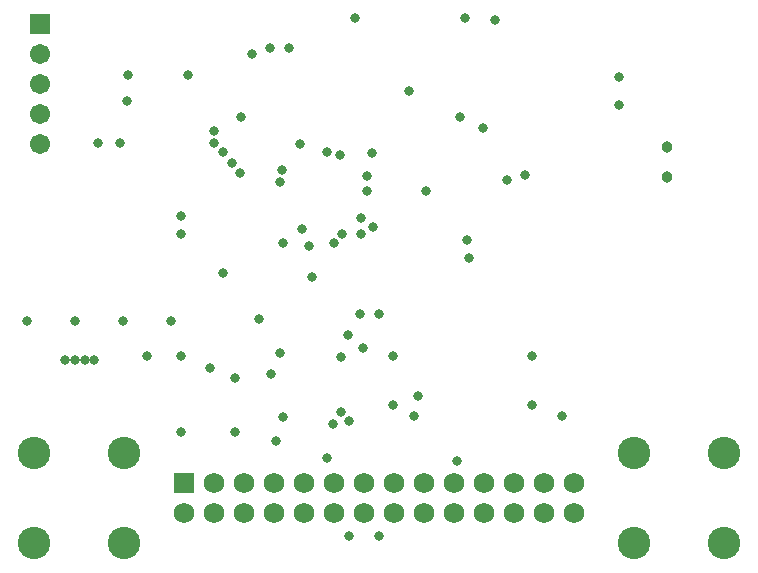
<source format=gbs>
%FSTAX23Y23*%
%MOIN*%
%SFA1B1*%

%IPPOS*%
%ADD62R,0.068000X0.068000*%
%ADD63C,0.068000*%
%ADD64C,0.108000*%
%ADD65R,0.067060X0.067060*%
%ADD66C,0.067060*%
%ADD67C,0.032000*%
%ADD68C,0.038000*%
%LNsoldermask_bot-1*%
%LPD*%
G54D62*
X006Y004D03*
G54D63*
X007Y003D03*
X008D03*
X009D03*
X01D03*
X011D03*
X012D03*
X013D03*
X014D03*
X015D03*
X016D03*
X017D03*
X018D03*
X019D03*
X006D03*
X007Y004D03*
X008D03*
X009D03*
X01D03*
X011D03*
X012D03*
X013D03*
X014D03*
X015D03*
X019D03*
X017D03*
X016D03*
X018D03*
G54D64*
X024Y005D03*
Y002D03*
X021Y005D03*
Y002D03*
X004Y005D03*
Y002D03*
X001Y005D03*
Y002D03*
G54D65*
X0012Y0193D03*
G54D66*
X0012Y0183D03*
Y0173D03*
Y0163D03*
Y0153D03*
G54D67*
X01535Y0195D03*
X01635Y01945D03*
X01026Y01086D03*
X01015Y0119D03*
X0089Y00765D03*
X00991Y01246D03*
X011Y012D03*
X01405Y01375D03*
X01737Y01427D03*
X0125Y00225D03*
X0115D03*
X01675Y01409D03*
X00385Y01535D03*
X00311D03*
X0115Y00606D03*
X003Y0081D03*
X00268D03*
X00204D03*
X00236D03*
X0092Y00835D03*
X0073Y011D03*
X0093Y012D03*
X0085Y00946D03*
X00075Y0094D03*
X00235D03*
X00395D03*
X00555D03*
X0093Y0062D03*
X0186Y00625D03*
X01365D03*
X01295Y0066D03*
X0077Y0057D03*
X0059D03*
X00948Y0185D03*
X0151Y00475D03*
X01075Y00485D03*
X01097Y00597D03*
X01122Y00637D03*
X00907Y00542D03*
X0176Y0066D03*
X0059Y0129D03*
Y0123D03*
X00475Y00825D03*
X00685Y00785D03*
X00785Y01435D03*
X0076Y01468D03*
X0041Y01675D03*
X00985Y0153D03*
X00885Y0185D03*
X00411Y01761D03*
X00613D03*
X007Y01535D03*
Y01575D03*
X0121Y01425D03*
Y01375D03*
X0125Y00965D03*
X01295Y00825D03*
X0176D03*
X0138Y0069D03*
X0119Y0123D03*
X01225Y015D03*
X0077Y0075D03*
X0073Y01505D03*
X01185Y00965D03*
X01125Y0123D03*
X01195Y0085D03*
X01145Y00895D03*
X01122Y00822D03*
X0205Y0166D03*
Y01755D03*
X01075Y01505D03*
X0112Y01495D03*
X0117Y0195D03*
X0079Y0162D03*
X00825Y0183D03*
X0059Y00825D03*
X0155Y0115D03*
X01542Y01212D03*
X0092Y01405D03*
X0123Y01255D03*
X00925Y01445D03*
X0119Y01285D03*
X01595Y01585D03*
X0152Y0162D03*
X01348Y01706D03*
G54D68*
X0221Y0142D03*
Y0152D03*
M02*
</source>
